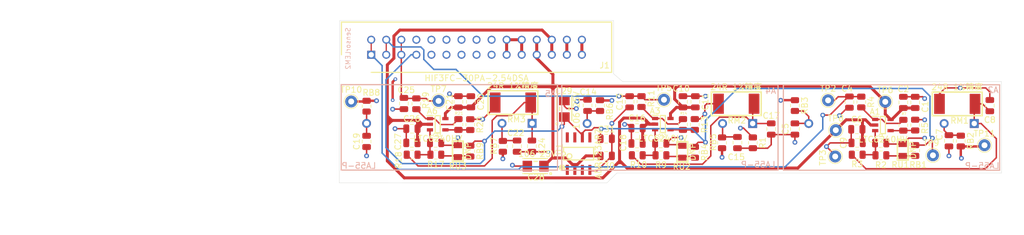
<source format=kicad_pcb>
(kicad_pcb (version 20221018) (generator pcbnew)
  (layers (0 "F.Cu" signal) (1 "In1.Cu" signal) (2 "In2.Cu" signal) (31 "B.Cu" signal) (34 "B.Paste" user) (35 "F.Paste" user) (36 "B.SilkS" user "B.Silkscreen") (37 "F.SilkS" user "F.Silkscreen") (38 "B.Mask" user) (39 "F.Mask" user) (44 "Edge.Cuts" user))
  (net 0 "")
  (net 1 "AGND")
  (net 2 "A+5V")
  (net 3 "Net-(A1-+IN)")
  (net 4 "/VSO1")
  (net 5 "12VGND")
  (net 6 "Net-(A2-POS)")
  (net 7 "A-5V")
  (net 8 "Net-(A2-NEG)")
  (net 9 "/CSO1")
  (net 10 "Net-(A3-+IN)")
  (net 11 "/VSO2")
  (net 12 "Net-(A4-POS)")
  (net 13 "Net-(A4-NEG)")
  (net 14 "/CSO2")
  (net 15 "Net-(A5-POS)")
  (net 16 "Net-(A5-NEG)")
  (net 17 "Net-(A6-+IN)")
  (net 18 "/CSO3")
  (net 19 "/VSO3")
  (net 20 "REF_3V")
  (net 21 "Net-(R2-Pad1)")
  (net 22 "Net-(A1-out)")
  (net 23 "Net-(A1--IN)")
  (net 24 "Net-(R9-Pad1)")
  (net 25 "Net-(A3-out)")
  (net 26 "Net-(A3--IN)")
  (net 27 "Net-(R17-Pad1)")
  (net 28 "Net-(A6-out)")
  (net 29 "Net-(A6--IN)")
  (net 30 "-12")
  (net 31 "+12")
  (footprint "Oshinoko:2512" (layer "F.Cu") (at 177.1166 65.1236 180)
    (fp_text reference "RM1")
    (fp_text value "24R 1%精度")
  )
  (footprint "Resistor_SMD:R_0805_2012Metric" (layer "F.Cu") (at 160.82 64.4875 -90)
    (fp_text reference "R4")
    (fp_text value "470R")
  )
  (footprint "Capacitor_SMD:C_0805_2012Metric" (layer "F.Cu") (at 122.97 71.5)
    (fp_text reference "C18")
    (fp_text value "105")
  )
  (footprint "Resistor_SMD:R_0805_2012Metric" (layer "F.Cu") (at 85.0075 73.4)
    (fp_text reference "R18")
    (fp_text value "10k")
  )
  (footprint "Resistor_SMD:R_0805_2012Metric" (layer "F.Cu") (at 177.62 71.0875 -90)
    (fp_text reference "RB2")
    (fp_text value "0R")
  )
  (footprint "Oshinoko:SOT95P280X100-5N" (layer "F.Cu") (at 164.47 68.38)
    (fp_text reference "A1")
    (fp_text value "LTC6240HV")
  )
  (footprint "Capacitor_SMD:C_0805_2012Metric" (layer "F.Cu") (at 117.77 73.6 180)
    (fp_text reference "C30")
    (fp_text value "104")
  )
  (footprint "TestPoint:TestPoint_THTPad_D2.0mm_Drill1.0mm" (layer "F.Cu") (at 181.62 71.8)
    (fp_text reference "TP11")
    (fp_text value "TP-黄色测试点")
  )
  (footprint "Oshinoko:SHDR30W50P254_2X15_4560X850X1200P" (layer "F.Cu") (at 78.1 56.49)
    (fp_text reference "J1")
    (fp_text value "HIF3FC-30PA-2.54DSA")
  )
  (footprint "Capacitor_SMD:C_0805_2012Metric" (layer "F.Cu") (at 169.92 64.55 -90)
    (fp_text reference "C1")
    (fp_text value "105")
  )
  (footprint "Capacitor_SMD:C_0805_2012Metric" (layer "F.Cu") (at 132.81 64.45 -90)
    (fp_text reference "C11")
    (fp_text value "103")
  )
  (footprint "Capacitor_SMD:C_0805_2012Metric" (layer "F.Cu") (at 105.22 71.95 -90)
    (fp_text reference "C24")
    (fp_text value "4.7uF")
  )
  (footprint "Resistor_SMD:R_0805_2012Metric" (layer "F.Cu") (at 137.32 71.3875 -90)
    (fp_text reference "RB5")
    (fp_text value "0R")
  )
  (footprint "Resistor_SMD:R_0805_2012Metric" (layer "F.Cu") (at 130.72 68.2875 -90)
    (fp_text reference "R14")
    (fp_text value "10k")
  )
  (footprint "TestPoint:TestPoint_THTPad_D2.0mm_Drill1.0mm" (layer "F.Cu") (at 164.87 64.45)
    (fp_text reference "TP6")
    (fp_text value "TP-黄色测试点")
  )
  (footprint "TestPoint:TestPoint_THTPad_D2.0mm_Drill1.0mm" (layer "F.Cu") (at 156.42 73.7)
    (fp_text reference "TP3")
    (fp_text value "TP-黄色测试点")
  )
  (footprint "TestPoint:TestPoint_THTPad_D2.0mm_Drill1.0mm" (layer "F.Cu") (at 155.22 64.2)
    (fp_text reference "TP2")
    (fp_text value "TP-黄色测试点")
  )
  (footprint "Resistor_SMD:R_0805_2012Metric" (layer "F.Cu") (at 77.32 65.1875 -90)
    (fp_text reference "RB8")
    (fp_text value "0R")
  )
  (footprint "Capacitor_SMD:C_0805_2012Metric" (layer "F.Cu") (at 92.82 64.45 -90)
    (fp_text reference "C21")
    (fp_text value "103")
  )
  (footprint "TestPoint:TestPoint_THTPad_D2.0mm_Drill1.0mm" (layer "F.Cu") (at 156.52 69.25)
    (fp_text reference "TP8")
    (fp_text value "TP-黄色测试点")
  )
  (footprint "Oshinoko:2512" (layer "F.Cu") (at 102.12 64.9 180)
    (fp_text reference "RM3")
    (fp_text value "24R 1%精度")
  )
  (footprint "Oshinoko:0805" (layer "F.Cu") (at 130.62 72.9 90)
    (fp_text reference "RU2")
    (fp_text value "DNP")
  )
  (footprint "Capacitor_SMD:C_0805_2012Metric" (layer "F.Cu") (at 158.82 64.5 90)
    (fp_text reference "C4")
    (fp_text value "103")
  )
  (footprint "Capacitor_SMD:C_0805_2012Metric" (layer "F.Cu") (at 130.72 64.45 -90)
    (fp_text reference "C10")
    (fp_text value "105")
  )
  (footprint "Capacitor_SMD:C_0805_2012Metric" (layer "F.Cu") (at 83.62 64.7375 90)
    (fp_text reference "C25")
    (fp_text value "103")
  )
  (footprint "Capacitor_SMD:C_0805_2012Metric" (layer "F.Cu") (at 117.77 70.7 180)
    (fp_text reference "C31")
    (fp_text value "104")
  )
  (footprint "Capacitor_SMD:C_0805_2012Metric" (layer "F.Cu") (at 84.97 71.4)
    (fp_text reference "C27")
    (fp_text value "105")
  )
  (footprint "Capacitor_SMD:C_0805_2012Metric" (layer "F.Cu") (at 164.0935 71.435)
    (fp_text reference "C3")
    (fp_text value "101")
  )
  (footprint "Resistor_SMD:R_0805_2012Metric" (layer "F.Cu") (at 142.52 71.3875 -90)
    (fp_text reference "R1")
    (fp_text value "DNP")
  )
  (footprint "Capacitor_SMD:C_0805_2012Metric" (layer "F.Cu") (at 114.62 65.05 -90)
    (fp_text reference "C14")
    (fp_text value "47nf")
  )
  (footprint "Capacitor_SMD:C_0805_2012Metric" (layer "F.Cu") (at 139.92 71.35 -90)
    (fp_text reference "C15")
    (fp_text value "47nf")
  )
  (footprint "Resistor_SMD:R_0805_2012Metric" (layer "F.Cu") (at 89.0075 73.4 180)
    (fp_text reference "R17")
    (fp_text value "20k")
  )
  (footprint "Capacitor_SMD:C_0805_2012Metric" (layer "F.Cu") (at 126.97 71.475)
    (fp_text reference "C12")
    (fp_text value "101")
  )
  (footprint "Capacitor_SMD:C_0805_2012Metric" (layer "F.Cu") (at 145.62 69.05 -90)
    (fp_text reference "C17")
    (fp_text value "4.7uF")
  )
  (footprint "Resistor_SMD:R_0805_2012Metric" (layer "F.Cu") (at 94.82 68.3125 -90)
    (fp_text reference "R20")
    (fp_text value "20k")
  )
  (footprint "Capacitor_SMD:C_0805_2012Metric" (layer "F.Cu") (at 84.97 69)
    (fp_text reference "C26")
    (fp_text value "103")
  )
  (footprint "Oshinoko:SOT95P280X100-5N" (layer "F.Cu") (at 89.32 68.25)
    (fp_text reference "A6")
    (fp_text value "LTC6240HV")
  )
  (footprint "Resistor_SMD:R_0805_2012Metric" (layer "F.Cu") (at 123.0075 73.5)
    (fp_text reference "R10")
    (fp_text value "10k")
  )
  (footprint "Oshinoko:1206 (钽电容)" (layer "F.Cu") (at 107.2525 75.325 180)
    (fp_text reference "C28")
    (fp_text value "106 25V")
  )
  (footprint "TestPoint:TestPoint_THTPad_D2.0mm_Drill1.0mm" (layer "F.Cu") (at 172.92 73.5)
    (fp_text reference "TP9")
    (fp_text value "TP-黄色测试点")
  )
  (footprint "Resistor_SMD:R_0805_2012Metric" (layer "F.Cu") (at 164.1325 73.5 180)
    (fp_text reference "R2")
    (fp_text value "20k")
  )
  (footprint "Capacitor_SMD:C_0805_2012Metric" (layer "F.Cu") (at 160.12 71.4)
    (fp_text reference "C9")
    (fp_text value "105")
  )
  (footprint "Oshinoko:SOIC-8" (layer "F.Cu") (at 111.2 75.97 90)
    (fp_text reference "U1")
    (fp_text value "ADR423ARZ")
  )
  (footprint "Capacitor_SMD:C_0805_2012Metric" (layer "F.Cu") (at 149.62 69.05 90)
    (fp_text reference "C5")
    (fp_text value "47nf")
  )
  (footprint "Capacitor_SMD:C_0805_2012Metric" (layer "F.Cu") (at 182.52 65.1 90)
    (fp_text reference "C8")
    (fp_text value "4.7uF")
  )
  (footprint "Resistor_SMD:R_0805_2012Metric" (layer "F.Cu") (at 160.1325 73.4)
    (fp_text reference "R3")
    (fp_text value "10k")
  )
  (footprint "Capacitor_SMD:C_0805_2012Metric" (layer "F.Cu") (at 94.92 64.45 -90)
    (fp_text reference "C20")
    (fp_text value "105")
  )
  (footprint "Capacitor_SMD:C_0805_2012Metric" (layer "F.Cu") (at 167.92 64.55 -90)
    (fp_text reference "C2")
    (fp_text value "103")
  )
  (footprint "Oshinoko:0805" (layer "F.Cu") (at 167.82 72.6 90)
    (fp_text reference "RU1")
    (fp_text value "DNP")
  )
  (footprint "Resistor_SMD:R_0805_2012Metric" (layer "F.Cu") (at 167.92 68.4125 -90)
    (fp_text reference "R7")
    (fp_text value "10k")
  )
  (footprint "Capacitor_SMD:C_0805_2012Metric" (layer "F.Cu") (at 175.62 71.05 -90)
    (fp_text reference "C7")
    (fp_text value "47nf")
  )
  (footprint "Oshinoko:SOT95P280X100-5N" (layer "F.Cu") (at 127.32 68.225)
    (fp_text reference "A3")
    (fp_text value "LTC6240HV")
  )
  (footprint "TestPoint:TestPoint_THTPad_D2.0mm_Drill1.0mm" (layer "F.Cu") (at 74.72 64.4)
    (fp_text reference "TP10")
    (fp_text value "TP-黄色测试点")
  )
  (footprint "Capacitor_SMD:C_0805_2012Metric" (layer "F.Cu") (at 88.97 71.4)
    (fp_text reference "C23")
    (fp_text value "101")
  )
  (footprint "Capacitor_SMD:C_0805_2012Metric" (layer "F.Cu") (at 102.72 71.95 -90)
    (fp_text reference "C22")
    (fp_text value "47nf")
  )
  (footprint "Resistor_SMD:R_0805_2012Metric" (layer "F.Cu") (at 116.72 65.0875 -90)
    (fp_text reference "RB6")
    (fp_text value "0R")
  )
  (footprint "Oshinoko:2512" (layer "F.Cu") (at 139.8166 65.1 180)
    (fp_text reference "RM2")
    (fp_text value "24R 1%精度")
  )
  (footprint "Resistor_SMD:R_0805_2012Metric" (layer "F.Cu") (at 132.729 72.9875 -90)
    (fp_text reference "RB4")
    (fp_text value "0R")
  )
  (footprint "Resistor_SMD:R_0805_2012Metric" (layer "F.Cu") (at 94.82 72.7875 -90)
    (fp_text reference "RB9")
    (fp_text value "0R")
  )
  (footprint "TestPoint:TestPoint_THTPad_D2.0mm_Drill1.0mm" (layer "F.Cu") (at 127.52 64.1)
    (fp_text reference "TP5")
    (fp_text value "TP-黄色测试点")
  )
  (footprint "Resistor_SMD:R_0805_2012Metric" (layer "F.Cu") (at 169.92 72.6875 -90)
    (fp_text reference "RB1")
    (fp_text value "0R")
  )
  (footprint "Resistor_SMD:R_0805_2012Metric" (layer "F.Cu") (at 169.92 68.3875 -90)
    (fp_text reference "R5")
    (fp_text value "20k")
  )
  (footprint "Capacitor_SMD:C_0805_2012Metric" (layer "F.Cu") (at 122.97 68.9)
    (fp_text reference "C16")
    (fp_text value "103")
  )
  (footprint "Capacitor_SMD:C_0805_2012Metric" (layer "F.Cu") (at 160.07 69.1)
    (fp_text reference "C6")
    (fp_text value "103")
  )
  (footprint "Resistor_SMD:R_0805_2012Metric" (layer "F.Cu") (at 127.0075 73.5 180)
    (fp_text reference "R9")
    (fp_text value "20k")
  )
  (footprint "Resistor_SMD:R_0805_2012Metric" (layer "F.Cu") (at 123.72 64.4125 -90)
    (fp_text reference "R11")
    (fp_text value "470R")
  )
  (footprint "Oshinoko:1206 (钽电容)" (layer "F.Cu") (at 110.695 67.0325 90)
    (fp_text reference "C29")
    (fp_text value "106 25V")
  )
  (footprint "Resistor_SMD:R_0805_2012Metric" (layer "F.Cu") (at 149.62 65.0875 -90)
    (fp_text reference "RB3")
    (fp_text value "0R")
  )
  (footprint "Oshinoko:0805" (layer "F.Cu") (at 92.72 72.8 90)
    (fp_text reference "RU3")
    (fp_text value "DNP")
  )
  (footprint "Resistor_SMD:R_0805_2012Metric" (layer "F.Cu") (at 100.32 71.9875 -90)
    (fp_text reference "RB7")
    (fp_text value "0R")
  )
  (footprint "Capacitor_SMD:C_0805_2012Metric" (layer "F.Cu") (at 77.32 71.15 90)
    (fp_text reference "C19")
    (fp_text value "47nf")
  )
  (footprint "TestPoint:TestPoint_THTPad_D2.0mm_Drill1.0mm" (layer "F.Cu") (at 89.47 64.3)
    (fp_text reference "TP7")
    (fp_text value "TP-黄色测试点")
  )
  (footprint "Resistor_SMD:R_0805_2012Metric" (layer "F.Cu") (at 85.72 64.7875 -90)
    (fp_text reference "R19")
    (fp_text value "470R")
  )
  (footprint "Resistor_SMD:R_0805_2012Metric" (layer "F.Cu") (at 132.72 68.2875 -90)
    (fp_text reference "R13")
    (fp_text value "20k")
  )
  (footprint "Capacitor_SMD:C_0805_2012Metric" (layer "F.Cu") (at 121.72 64.45 90)
    (fp_text reference "C13")
    (fp_text value "103")
  )
  (footprint "Resistor_SMD:R_0805_2012Metric" (layer "F.Cu") (at 92.82 68.2875 -90)
    (fp_text reference "R21")
    (fp_text value "10k")
  )
  (footprint "Oshinoko:XDCR_LA55-P" (layer "B.Cu") (at 91.29 68.775 180)
    (fp_text reference "A5")
    (fp_text value "LA55-P")
  )
  (footprint "Oshinoko:XDCR_LA55-P" (layer "B.Cu") (at 128.52 68.8 180)
    (fp_text reference "A4")
    (fp_text value "LA55-P")
  )
  (footprint "Oshinoko:XDCR_LA55-P" (layer "B.Cu") (at 165.92 68.8 180)
    (fp_text reference "A2")
    (fp_text value "LA55-P")
  )
  (gr_line (start 120.51 61.01) (end 184.48 61.01) (stroke (width 0.05)) (layer "Edge.Cuts"))
  (gr_line (start 119.55 76.51) (end 117.91 78.15) (stroke (width 0.05)) (layer "Edge.Cuts"))
  (gr_line (start 119 59.7) (end 120.51 61.01) (stroke (width 0.05)) (layer "Edge.Cuts"))
  (gr_line (start 72.69 78.14) (end 72.8 50.7) (stroke (width 0.05)) (layer "Edge.Cuts"))
  (gr_line (start 184.49 76.51) (end 119.55 76.51) (stroke (width 0.05)) (layer "Edge.Cuts"))
  (gr_line (start 117.91 78.15) (end 72.69 78.14) (stroke (width 0.05)) (layer "Edge.Cuts"))
  (gr_line (start 119 50.7) (end 119 59.7) (stroke (width 0.05)) (layer "Edge.Cuts"))
  (gr_line (start 72.8 50.7) (end 119 50.7) (stroke (width 0.05)) (layer "Edge.Cuts"))
  (gr_line (start 184.48 61.01) (end 184.49 76.51) (stroke (width 0.05)) (layer "Edge.Cuts"))
  (gr_text "SensorLEM2" (at 74.66 51.82 90) (layer "B.SilkS") (effects (font (size 0.8 0.8) (thickness 0.1)) (justify left bottom mirror)))
  (segment (start 114.98 76.09) (end 116.23 76.09) (width 0.25) (layer "F.Cu") (net 1))
  (segment (start 132.81 63.5) (end 134.52 63.5) (width 0.25) (layer "F.Cu") (net 1))
  (segment (start 155.571376 71.4) (end 154.945688 72.025688) (width 0.25) (layer "F.Cu") (net 1))
  (segment (start 121.42 65.4) (end 118.72 68.1) (width 0.25) (layer "F.Cu") (net 1))
  (segment (start 169.92 63.6) (end 171.22 63.6) (width 0.25) (layer "F.Cu") (net 1))
  (segment (start 118.72 70.7) (end 118.72 68.1) (width 0.25) (layer "F.Cu") (net 1))
  (segment (start 140.42 68.9) (end 140.945 68.9) (width 0.25) (layer "F.Cu") (net 1))
  (segment (start 92.82 63.5) (end 94.92 63.5) (width 0.25) (layer "F.Cu") (net 1))
  (segment (start 121.72 65.4) (end 121.42 65.4) (width 0.25) (layer "F.Cu") (net 1))
  (segment (start 110.695 65.175) (end 111.12 65.6) (width 0.25) (layer "F.Cu") (net 1))
  (segment (start 165.0435 71.435) (end 165.2085 71.6) (width 0.25) (layer "F.Cu") (net 1))
  (segment (start 121.3955 68.2755) (end 122.02 68.9) (width 0.25) (layer "F.Cu") (net 1))
  (segment (start 92.72 70.5) (end 92.72 71.8) (width 0.25) (layer "F.Cu") (net 1))
  (segment (start 171.22 63.6) (end 171.52 63.9) (width 0.25) (layer "F.Cu") (net 1))
  (segment (start 154.945688 72.025688) (end 156.42 73.5) (width 0.25) (layer "F.Cu") (net 1))
  (segment (start 92.82 63.5) (end 91.72 63.5) (width 0.25) (layer "F.Cu") (net 1))
  (segment (start 90.32 71.8) (end 89.92 71.4) (width 0.25) (layer "F.Cu") (net 1))
  (segment (start 120.8695 68.2755) (end 121.3955 68.2755) (width 0.25) (layer "F.Cu") (net 1))
  (segment (start 159.17 71.4) (end 155.571376 71.4) (width 0.25) (layer "F.Cu") (net 1))
  (segment (start 158.47 65.45) (end 157.12 66.8) (width 0.25) (layer "F.Cu") (net 1))
  (segment (start 110.695 64.2325) (end 110.695 65.175) (width 0.25) (layer "F.Cu") (net 1))
  (segment (start 128.895 70.5) (end 127.92 71.475) (width 0.25) (layer "F.Cu") (net 1))
  (segment (start 81.7325 65.6875) (end 81.72 65.7) (width 0.25) (layer "F.Cu") (net 1))
  (segment (start 111.12 65.6) (end 112.72 65.6) (width 0.25) (layer "F.Cu") (net 1))
  (segment (start 159.12 69.1) (end 159.12 71.35) (width 0.25) (layer "F.Cu") (net 1))
  (segment (start 83.62 65.6875) (end 81.7325 65.6875) (width 0.25) (layer "F.Cu") (net 1))
  (segment (start 130.42 70.5) (end 128.895 70.5) (width 0.25) (layer "F.Cu") (net 1))
  (segment (start 159.12 71.35) (end 159.17 71.4) (width 0.25) (layer "F.Cu") (net 1))
  (segment (start 130.72 63.5) (end 132.81 63.5) (width 0.25) (layer "F.Cu") (net 1))
  (segment (start 116.23 76.09) (end 118.72 73.6) (width 0.25) (layer "F.Cu") (net 1))
  (segment (start 91.72 63.5) (end 91.32 63.1) (width 0.25) (layer "F.Cu") (net 1))
  (segment (start 167.92 63.6) (end 169.92 63.6) (width 0.25) (layer "F.Cu") (net 1))
  (segment (start 84.02 69) (end 82.12 69) (width 0.25) (layer "F.Cu") (net 1))
  (segment (start 167.82 71.6) (end 168.82 70.6) (width 0.25) (layer "F.Cu") (net 1))
  (segment (start 92.72 71.8) (end 90.32 71.8) (width 0.25) (layer "F.Cu") (net 1))
  (segment (start 168.82 70.6) (end 171.52 70.6) (width 0.25) (layer "F.Cu") (net 1))
  (segment (start 101.72 75.3) (end 101.745 75.325) (width 0.25) (layer "F.Cu") (net 1))
  (segment (start 156.42 73.5) (end 156.42 73.7) (width 0.25) (layer "F.Cu") (net 1))
  (segment (start 158.82 65.45) (end 158.47 65.45) (width 0.25) (layer "F.Cu") (net 1))
  (segment (start 104.4525 75.325) (end 101.745 75.325) (width 0.25) (layer "F.Cu") (net 1))
  (segment (start 127.92 71.475) (end 128.145 71.7) (width 0.25) (layer "F.Cu") (net 1))
  (segment (start 140.945 68.9) (end 142.52 70.475) (width 0.25) (layer "F.Cu") (net 1))
  (segment (start 165.2085 71.6) (end 167.82 71.6) (width 0.25) (layer "F.Cu") (net 1))
  (segment (start 128.145 71.7) (end 130.62 71.7) (width 0.25) (layer "F.Cu") (net 1))
  (segment (start 84.02 69) (end 84.02 71.4) (width 0.25) (layer "F.Cu") (net 1))
  (segment (start 122.02 71.5) (end 122.02 68.9) (width 0.25) (layer "F.Cu") (net 1))
  (segment (start 118.72 73.6) (end 118.72 70.7) (width 0.25) (layer "F.Cu") (net 1))
  (via (at 134.52 63.5) (size 0.8) (drill 0.4) (layers "F.Cu" "B.Cu") (net 1))
  (via (at 157.12 66.8) (size 0.8) (drill 0.4) (layers "F.Cu" "B.Cu") (net 1))
  (via (at 112.72 65.6) (size 0.8) (drill 0.4) (layers "F.Cu" "B.Cu") (net 1))
  (via (at 81.72 65.7) (size 0.8) (drill 0.4) (layers "F.Cu" "B.Cu") (net 1))
  (via (at 82.12 69) (size 0.8) (drill 0.4) (layers "F.Cu" "B.Cu") (net 1))
  (via (at 154.945688 72.025688) (size 0.8) (drill 0.4) (layers "F.Cu" "B.Cu") (net 1))
  (via (at 118.72 68.1) (size 0.8) (drill 0.4) (layers "F.Cu" "B.Cu") (net 1))
  (via (at 92.72 70.5) (size 0.8) (drill 0.4) (layers "F.Cu" "B.Cu") (net 1))
  (via (at 171.52 70.6) (size 0.8) (drill 0.4) (layers "F.Cu" "B.Cu") (net 1))
  (via (at 101.93 75.17) (size 0.8) (drill 0.4) (layers "F.Cu" "B.Cu") (net 1))
  (via (at 171.52 63.9) (size 0.8) (drill 0.4) (layers "F.Cu" "B.Cu") (net 1))
  (via (at 140.42 68.9) (size 0.8) (drill 0.4) (layers "F.Cu" "B.Cu") (net 1))
  (via (at 130.42 70.5) (size 0.8) (drill 0.4) (layers "F.Cu" "B.Cu") (net 1))
  (via (at 91.32 63.1) (size 0.8) (drill 0.4) (layers "F.Cu" "B.Cu") (net 1))
  (via (at 120.8695 68.2755) (size 0.8) (drill 0.4) (layers "F.Cu" "B.Cu") (net 1))
  (segment (start 108.77 62.4) (end 108.77 62.25) (width 0.5) (layer "F.Cu") (net 2))
  (segment (start 114.345 73.6) (end 116.82 73.6) (width 0.5) (layer "F.Cu") (net 2))
  (segment (start 108.42 61.9) (end 108.77 62.25) (width 0.5) (layer "F.Cu") (net 2))
  (segment (start 165.99 67.43) (end 167.92 65.5) (width 0.5) (layer "F.Cu") (net 2))
  (segment (start 112.48 75.465) (end 112.8825 75.0625) (width 0.5) (layer "F.Cu") (net 2))
  (segment (start 108.77 62.25) (end 108.77 61.5) (width 0.5) (layer "F.Cu") (net 2))
  (segment (start 112.0175 75.0025) (end 112.48 75.465) (width 0.5) (layer "F.Cu") (net 2))
  (segment (start 128.83 61.81) (end 129.32 62.3) (width 0.5) (layer "F.Cu") (net 2))
  (segment (start 128.5786 61.81) (end 109.21 61.81) (width 0.5) (layer "F.Cu") (net 2))
  (segment (start 108.77 73.8075) (end 108.77 73.7) (width 0.5) (layer "F.Cu") (net 2))
  (segment (start 129.81 61.81) (end 129.32 62.3) (width 0.5) (layer "F.Cu") (net 2))
  (segment (start 112.48 75.465) (end 112.48 76.05) (width 0.5) (layer "F.Cu") (net 2))
  (segment (start 108.77 73.95) (end 108.77 62.4) (width 0.5) (layer "F.Cu") (net 2))
  (segment (start 108.12 61.9) (end 108.32 61.9) (width 0.5) (layer "F.Cu") (net 2))
  (segment (start 165.77 67.43) (end 165.99 67.43) (width 0.5) (layer "F.Cu") (net 2))
  (segment (start 129.62 65.4) (end 130.72 65.4) (width 0.5) (layer "F.Cu") (net 2))
  (segment (start 108.77 59.81) (end 106.04 57.08) (width 0.5) (layer "F.Cu") (net 2))
  (segment (start 164.87 66.53) (end 165.77 67.43) (width 0.5) (layer "F.Cu") (net 2))
  (segment (start 109.08 61.81) (end 109.21 61.81) (width 0.5) (layer "F.Cu") (net 2))
  (segment (start 90.62 67.3) (end 90.62 66.4) (width 0.5) (layer "F.Cu") (net 2))
  (segment (start 108.32 61.9) (end 108.42 61.9) (width 0.5) (layer "F.Cu") (net 2))
  (segment (start 109.21 61.81) (end 108.77 62.25) (width 0.5) (layer "F.Cu") (net 2))
  (segment (start 112.8825 75.0625) (end 114.345 73.6) (width 0.5) (layer "F.Cu") (net 2))
  (segment (start 108.77 61.5) (end 108.77 59.81) (width 0.5) (layer "F.Cu") (net 2))
  (segment (start 108.77 61.55) (end 108.42 61.9) (width 0.5) (layer "F.Cu") (net 2))
  (segment (start 128.62 67.275) (end 128.62 66.4) (width 0.5) (layer "F.Cu") (net 2))
  (segment (start 109.32 73.95) (end 108.77 73.95) (width 0.5) (layer "F.Cu") (net 2))
  (segment (start 129.32 61.9) (end 129.32 62.3) (width 0.5) (layer "F.Cu") (net 2))
  (segment (start 128.5986 61.81) (end 162.23 61.81) (width 0.5) (layer "F.Cu") (net 2))
  (segment (start 98.42 61.9) (end 108.12 61.9) (width 0.5) (layer "F.Cu") (net 2))
  (segment (start 164.87 64.45) (end 164.87 66.53) (width 0.5) (layer "F.Cu") (net 2))
  (segment (start 129.62 61.9) (end 129.52 61.9) (width 0.5) (layer "F.Cu") (net 2))
  (segment (start 128.5986 61.81) (end 128.83 61.81) (width 0.5) (layer "F.Cu") (net 2))
  (segment (start 112.0775 75.0625) (end 112.8825 75.0625) (width 0.5) (layer "F.Cu") (net 2))
  (segment (start 108.77 73.7) (end 109.02 73.95) (width 0.5) (layer "F.Cu") (net 2))
  (segment (start 110.965 73.95) (end 112.0175 75.0025) (width 0.5) (layer "F.Cu") (net 2))
  (segment (start 107.2525 75.325) (end 108.77 73.8075) (width 0.5) (layer "F.Cu") (net 2))
  (segment (start 91.62 65.4) (end 92.82 65.4) (width 0.5) (layer "F.Cu") (net 2))
  (segment (start 109.02 73.95) (end 109.32 73.95) (width 0.5) (layer "F.Cu") (net 2))
  (segment (start 132.81 65.4) (end 130.72 65.4) (width 0.5) (layer "F.Cu") (net 2))
  (segment (start 129.32 64) (end 130.72 65.4) (width 0.5) (layer "F.Cu") (net 2))
  (segment (start 129.32 62.3) (end 129.32 64) (width 0.5) (layer "F.Cu") (net 2))
  (segment (start 112.0175 75.0025) (end 112.0775 75.0625) (width 0.5) (layer "F.Cu") (net 2))
  (segment (start 109.32 73.95) (end 110.965 73.95) (width 0.5) (layer "F.Cu") (net 2))
  (segment (start 162.23 61.81) (end 164.87 64.45) (width 0.5) (layer "F.Cu") (net 2))
  (segment (start 108.77 61.5) (end 109.08 61.81) (width 0.5) (layer "F.Cu") (net 2))
  (segment (start 106.04 53.95) (end 106.04 56.49) (width 0.5) (layer "F.Cu") (net 2))
  (segment (start 167.92 65.5) (end 169.92 65.5) (width 0.5) (layer "F.Cu") (net 2))
  (segment (start 130.01 61.81) (end 129.81 61.81) (width 0.5) (layer "F.Cu") (net 2))
  (segment (start 128.62 66.4) (end 129.62 65.4) (width 0.5) (layer "F.Cu") (net 2))
  (segment (start 108.77 61.5) (end 108.77 61.55) (width 0.5) (layer "F.Cu") (net 2))
  (segment (start 106.04 57.08) (end 106.04 56.49) (width 0.5) (layer "F.Cu") (net 2))
  (segment (start 94.92 65.4) (end 98.42 61.9) (width 0.5) (layer "F.Cu") (net 2))
  (segment (start 108.77 62.25) (end 108.92 62.1) (width 0.5) (layer "F.Cu") (net 2))
  (segment (start 108.12 61.9) (end 109.12 61.9) (width 0.5) (layer "F.Cu") (net 2))
  (segment (start 92.82 65.4) (end 94.92 65.4) (width 0.5) (layer "F.Cu") (net 2))
  (segment (start 90.62 66.4) (end 91.62 65.4) (width 0.5) (layer "F.Cu") (net 2))
  (segment (start 161.045 73.4) (end 163.12 73.4) (width 0.25) (layer "F.Cu") (net 3))
  (segment (start 163.22 73.5) (end 163.22 71.5115) (width 0.25) (layer "F.Cu") (net 3))
  (segment (start 163.17 71.4085) (end 163.1435 71.435) (width 0.25) (layer "F.Cu") (net 3))
  (segment (start 163.17 69.33) (end 163.17 71.4085) (width 0.25) (layer "F.Cu") (net 3))
  (segment (start 163.22 71.5115) (end 163.1435 71.435) (width 0.25) (layer "F.Cu") (net 3))
  (segment (start 163.12 73.4) (end 163.22 73.5) (width 0.25) (layer "F.Cu") (net 3))
  (segment (start 160.82 63.575) (end 158.845 63.575) (width 0.25) (layer "F.Cu") (net 4))
  (segment (start 156.92 63.6) (end 158.77 63.6) (width 0.25) (layer "F.Cu") (net 4))
  (segment (start 158.845 63.575) (end 158.82 63.55) (width 0.25) (layer "F.Cu") (net 4))
  (segment (start 156.32 64.2) (end 156.92 63.6) (width 0.25) (layer "F.Cu") (net 4))
  (segment (start 158.67 63.55) (end 158.82 63.55) (width 0.25) (layer "F.Cu") (net 4))
  (segment (start 78.1 53.95) (end 78.1 56.49) (width 0.2) (layer "F.Cu") (net 4))
  (segment (start 155.22 64.2) (end 156.32 64.2) (width 0.25) (layer "F.Cu") (net 4))
  (segment (start 154.32 66.7) (end 155.52 66.7) (width 0.25) (layer "F.Cu") (net 4))
  (segment (start 158.77 63.6) (end 158.82 63.55) (width 0.25) (layer "F.Cu") (net 4))
  (segment (start 155.52 66.7) (end 158.67 63.55) (width 0.25) (layer "F.Cu") (net 4))
  (via (at 154.32 66.7) (size 0.8) (drill 0.4) (layers "F.Cu" "B.Cu") (net 4))
  (segment (start 79.94 58.33) (end 78.1 56.49) (width 0.25) (layer "B.Cu") (net 4))
  (segment (start 147.97 75.45) (end 103.42 75.45) (width 0.25) (layer "B.Cu") (net 4))
  (segment (start 79.94 73.12) (end 79.94 58.33) (width 0.25) (layer "B.Cu") (net 4))
  (segment (start 102.975 75.895) (end 82.715 75.895) (width 0.25) (layer "B.Cu") (net 4))
  (segment (start 154.32 66.7) (end 154.32 69.1) (width 0.25) (layer "B.Cu") (net 4))
  (segment (start 154.32 69.1) (end 147.97 75.45) (width 0.25) (layer "B.Cu") (net 4))
  (segment (start 103.42 75.45) (end 102.975 75.895) (width 0.25) (layer "B.Cu") (net 4))
  (segment (start 82.715 75.895) (end 79.94 73.12) (width 0.25) (layer "B.Cu") (net 4))
  (segment (start 77.32 72.1) (end 77.32 73.6) (width 0.25) (layer "F.Cu") (net 5))
  (segment (start 114.62 64.1) (end 113.12 64.1) (width 0.25) (layer "F.Cu") (net 5))
  (segment (start 99.0234 65.2966) (end 96.92 67.4) (width 0.25) (layer "F.Cu") (net 5))
  (segment (start 175.02 62.1) (end 177.52 62.1) (width 0.25) (layer "F.Cu") (net 5))
  (segment (start 174.02 63.1) (end 174.82 62.3) (width 0.25) (layer "F.Cu") (net 5))
  (segment (start 139.92 72.3) (end 142.52 72.3) (width 0.25) (layer "F.Cu") (net 5))
  (segment (start 99.0234 64.5764) (end 99.0234 65.2966) (width 0.25) (layer "F.Cu") (net 5))
  (segment (start 169.92 67.475) (end 171.495 67.475) (width 0.25) (layer "F.Cu") (net 5))
  (segment (start 136.4234 64.7764) (end 134.7436 64.7764) (width 0.25) (layer "F.Cu") (net 5))
  (segment (start 175.62 72) (end 175.62 73.6) (width 0.25) (layer "F.Cu") (net 5))
  (segment (start 171.495 67.475) (end 171.52 67.5) (width 0.25) (layer "F.Cu") (net 5))
  (segment (start 174.82 62.3) (end 175.02 62.1) (width 0.25) (layer "F.Cu") (net 5))
  (segment (start 182.52 62.8) (end 181.82 62.1) (width 0.25) (layer "F.Cu") (net 5))
  (segment (start 100.96 53.95) (end 103.5 53.95) (width 0.5) (layer "F.Cu") (net 5))
  (segment (start 134.42 65.1) (end 134.42 66.5) (width 0.25) (layer "F.Cu") (net 5))
  (segment (start 145.62 70) (end 149.62 70) (width 0.25) (layer "F.Cu") (net 5))
  (segment (start 94.82 67.4) (end 96.92 67.4) (width 0.25) (layer "F.Cu") (net 5))
  (segment (start 181.82 62.1) (end 177.52 62.1) (width 0.25) (layer "F.Cu") (net 5))
  (segment (start 108 72.94) (end 107.96 72.9) (width 0.25) (layer "F.Cu") (net 5))
  (segment (start 132.72 67.375) (end 133.545 67.375) (width 0.25) (layer "F.Cu") (net 5))
  (segment (start 145.62 71.7) (end 145.62 70) (width 0.25) (layer "F.Cu") (net 5))
  (segment (start 113.12 64.1) (end 112.82 64.4) (width 0.25) (layer "F.Cu") (net 5))
  (segment (start 107.96 72.9) (end 105.22 72.9) (width 0.25) (layer "F.Cu") (net 5))
  (segment (start 100.96 56.49) (end 100.96 53.95) (width 0.5) (layer "F.Cu") (net 5))
  (segment (start 103.5 53.95) (end 103.5 56.49) (width 0.5) (layer "F.Cu") (net 5))
  (segment (start 133.545 67.375) (end 134.42 66.5) (width 0.25) (layer "F.Cu") (net 5))
  (segment (start 174.02 64.8) (end 174.02 63.1) (width 0.25) (layer "F.Cu") (net 5))
  (segment (start 145.02 72.3) (end 145.62 71.7) (width 0.25) (layer "F.Cu") (net 5))
  (segment (start 105.22 72.9) (end 102.72 72.9) (width 0.25) (layer "F.Cu") (net 5))
  (segment (start 182.52 64.15) (end 182.52 62.8) (width 0.25) (layer "F.Cu") (net 5))
  (segment (start 149.62 70) (end 149.62 71.3) (width 0.25) (layer "F.Cu") (net 5))
  (segment (start 134.7436 64.7764) (end 134.42 65.1) (width 0.25) (layer "F.Cu") (net 5))
  (segment (start 142.52 72.3) (end 145.02 72.3) (width 0.25) (layer "F.Cu") (net 5))
  (via (at 171.52 67.5) (size 0.8) (drill 0.4) (layers "F.Cu" "B.Cu") (net 5))
  (via (at 175.62 73.6) (size 0.8) (drill 0.4) (layers "F.Cu" "B.Cu") (net 5))
  (via (at 108 72.94) (size 0.6) (drill 0.3) (layers "F.Cu" "B.Cu") (net 5))
  (via (at 112.82 64.4) (size 0.8) (drill 0.4) (layers "F.Cu" "B.Cu") (net 5))
  (via (at 134.42 66.5) (size 0.8) (drill 0.4) (layers "F.Cu" "B.Cu") (net 5))
  (via (at 149.62 71.3) (size 0.8) (drill 0.4) (layers "F.Cu" "B.Cu") (net 5))
  (via (at 77.32 73.6) (size 0.8) (drill 0.4) (layers "F.Cu" "B.Cu") (net 5))
  (via (at 96.92 67.4) (size 0.8) (drill 0.4) (layers "F.Cu" "B.Cu") (net 5))
  (via (at 177.52 62.1) (size 0.8) (drill 0.4) (layers "F.Cu" "B.Cu") (net 5))
  (segment (start 149.62 68.1) (end 151.925 68.1) (width 0.25) (layer "F.Cu") (net 6))
  (segment (start 151.02 66) (end 151.95 66.93) (width 0.25) (layer "F.Cu") (net 6))
  (segment (start 149.62 66) (end 151.02 66) (width 0.25) (layer "F.Cu") (net 6))
  (segment (start 151.95 66.93) (end 151.95 68.125) (width 0.25) (layer "F.Cu") (net 6))
  (segment (start 151.925 68.1) (end 151.95 68.125) (width 0.25) (layer "F.Cu") (net 6))
  (segment (start 120.12 74.5) (end 120.37 74.75) (width 0.5) (layer "F.Cu") (net 7))
  (segment (start 88.02 68.25) (end 86.67 68.25) (width 0.5) (layer "F.Cu") (net 7))
  (segment (start 120.37 74.75) (end 119.77 74.75) (width 0.5) (layer "F.Cu") (net 7))
  (segment (start 160.82 67.5) (end 161.02 67.7) (width 0.5) (layer "F.Cu") (net 7))
  (segment (start 156.52 69.25) (end 150.12 75.65) (width 0.5) (layer "F.Cu") (net 7))
  (segment (start 120.02 67.9) (end 120.02 74.5) (width 0.5) (layer "F.Cu") (net 7))
  (segment (start 124.494664 67.625336) (end 124.069327 67.2) (width 0.5) (layer "F.Cu") (net 7))
  (segment (start 125.094327 68.225) (end 126.02 68.225) (width 0.5) (layer "F.Cu") (net 7))
  (segment (start 81.93 57.080991) (end 81.93 53.32) (width 0.5) (layer "F.Cu") (net 7))
  (segment (start 123.92 68.9) (end 123.92 71.5) (width 0.5) (layer "F.Cu") (net 7))
  (segment (start 162.42 68.38) (end 161.54 67.5) (width 0.5) (layer "F.Cu") (net 7))
  (segment (start 161.02 67.7) (end 161.22 67.5) (width 0.5) (layer "F.Cu") (net 7))
  (segment (start 124.069327 67.2) (end 120.72 67.2) (width 0.5) (layer "F.Cu") (net 7))
  (segment (start 161.54 67.5) (end 161.32 67.5) (width 0.5) (layer "F.Cu") (net 7))
  (segment (start 124.595 68.225) (end 123.92 68.9) (width 0.5) (layer "F.Cu") (net 7))
  (segment (start 156.52 69.25) (end 158.27 67.5) (width 0.5) (layer "F.Cu") (net 7))
  (segment (start 161.32 67.5) (end 160.82 67.5) (width 0.5) (layer "F.Cu") (net 7))
  (segment (start 120.02 74.5) (end 119.77 74.75) (width 0.5) (layer "F.Cu") (net 7))
  (segment (start 108.58 53.95) (end 108.58 56.49) (width 0.5) (layer "F.Cu") (net 7))
  (segment (start 83.68 77.32) (end 80.82 74.46) (width 0.5) (layer "F.Cu") (net 7))
  (segment (start 124.494664 67.625336) (end 124.595 67.725672) (width 0.5) (layer "F.Cu") (net 7))
  (segment (start 86.67 68.25) (end 86.32 67.9) (width 0.5) (layer "F.Cu") (net 7))
  (segment (start 81.61 67.6) (end 80.82 68.39) (width 0.5) (layer "F.Cu") (net 7))
  (segment (start 80.82 58.190991) (end 81.93 57.080991) (width 0.5) (layer "F.Cu") (net 7))
  (segment (start 85.72 67.6) (end 85.92 67.8) (width 0.5) (layer "F.Cu") (net 7))
  (segment (start 119.77 74.75) (end 117.2 77.32) (width 0.5) (layer "F.Cu") (net 7))
  (segment (start 162.7 68.38) (end 162.42 68.38) (width 0.5) (layer "F.Cu") (net 7))
  (segment (start 80.82 66.85) (end 80.82 58.190991) (width 0.5) (layer "F.Cu") (net 7))
  (segment (start 80.82 66.85) (end 81.57 67.6) (width 0.5) (layer "F.Cu") (net 7))
  (segment (start 120.72 67.2) (end 120.02 67.9) (width 0.5) (layer "F.Cu") (net 7))
  (segment (start 126.02 68.225) (end 124.595 68.225) (width 0.5) (layer "F.Cu") (net 7))
  (segment (start 82.93 52.32) (end 106.95 52.32) (width 0.5) (layer "F.Cu") (net 7))
  (segment (start 80.82 74.46) (end 80.82 66.85) (width 0.5) (layer "F.Cu") (net 7))
  (segment (start 85.72 67.6) (end 81.68 67.6) (width 0.5) (layer "F.Cu") (net 7))
  (segment (start 86.17 68.05) (end 85.92 68.3) (width 0.5) (layer "F.Cu") (net 7))
  (segment (start 81.57 67.6) (end 81.68 67.6) (width 0.5) (layer "F.Cu") (net 7))
  (segment (start 106.95 52.32) (end 108.58 53.95) (width 0.5) (layer "F.Cu") (net 7))
  (segment (start 86.67 68.25) (end 85.92 69) (width 0.5) (layer "F.Cu") (net 7))
  (segment (start 161.22 67.5) (end 161.32 67.5) (width 0.5) (layer "F.Cu") (net 7))
  (segment (start 86.32 67.9) (end 86.17 68.05) (width 0.5) (layer "F.Cu") (net 7))
  (segment (start 117.2 77.32) (end 83.68 77.32) (width 0.5) (layer "F.Cu") (net 7))
  (segment (start 161.02 71.35) (end 161.07 71.4) (width 0.5) (layer "F.Cu") (net 7))
  (segment (start 150.12 75.65) (end 121.27 75.65) (width 0.5) (layer "F.Cu") (net 7))
  (segment (start 163.17 68.38) (end 162.7 68.38) (width 0.25) (layer "F.Cu") (net 7))
  (segment (start 161.02 67.7) (end 161.02 69.1) (width 0.5) (layer "F.Cu") (net 7))
  (segment (start 86.32 67.9) (end 86.02 67.6) (width 0.5) (layer "F.Cu") (net 7))
  (segment (start 81.68 67.6) (end 81.61 67.6) (width 0.5) (layer "F.Cu") (net 7))
  (segment (start 86.02 67.6) (end 85.72 67.6) (width 0.5) (layer "F.Cu") (net 7))
  (segment (start 81.68 67.6) (end 80.82 67.6) (width 0.5) (layer "F.Cu") (net 7))
  (segment (start 85.92 68.3) (end 85.92 69) (width 0.5) (layer "F.Cu") (net 7))
  (segment (start 158.27 67.5) (end 160.82 67.5) (width 0.5) (layer "F.Cu") (net 7))
  (segment (start 121.27 75.65) (end 120.37 74.75) (width 0.5) (layer "F.Cu") (net 7))
  (segment (start 161.02 69.1) (end 161.02 71.35) (width 0.5) (layer "F.Cu") (net 7))
  (segment (start 124.494664 67.625336) (end 125.094327 68.225) (width 0.5) (layer "F.Cu") (net 7))
  (segment (start 120.02 74.5) (end 120.12 74.5) (width 0.5) (layer "F.Cu") (net 7))
  (segment (start 85.92 67.8) (end 85.92 68.3) (width 0.5) (layer "F.Cu") (net 7))
  (segment (start 124.595 67.725672) (end 124.595 68.225) (width 0.5) (layer "F.Cu") (net 7))
  (segment (start 85.92 69) (end 85.92 71.4) (width 0.5) (layer "F.Cu") (net 7))
  (segment (start 81.93 53.32) (end 82.93 52.32) (width 0.5) (layer "F.Cu") (net 7))
  (segment (start 174.81 68.125) (end 174.81 69.29) (width 0.25) (layer "F.Cu") (net 8))
  (segment (start 177.545 70.1) (end 177.62 70.175) (width 0.25) (layer "F.Cu") (net 8))
  (segment (start 175.62 70.1) (end 177.545 70.1) (width 0.25) (layer "F.Cu") (net 8))
  (segment (start 174.81 69.29) (end 175.62 70.1) (width 0.25) (layer "F.Cu") (net 8))
  (segment (start 161.595 75.775) (end 181.745 75.775) (width 0.25) (layer "F.Cu") (net 9))
  (segment (start 179.89 64.93) (end 180.02 64.8) (width 0.25) (layer "F.Cu") (net 9))
  (segment (start 183.62 70.7) (end 181.045 68.125) (width 0.25) (layer "F.Cu") (net 9))
  (segment (start 181.045 68.125) (end 179.89 68.125) (width 0.25) (layer "F.Cu") (net 9))
  (segment (start 182.52 66.05) (end 181.27 64.8) (width 0.25) (layer "F.Cu") (net 9))
  (segment (start 179.89 68.125) (end 179.89 64.93) (width 0.25) (layer "F.Cu") (net 9))
  (segment (start 181.27 64.8) (end 180.02 64.8) (width 0.25) (layer "F.Cu") (net 9))
  (segment (start 183.62 73.9) (end 183.62 70.7) (width 0.25) (layer "F.Cu") (net 9))
  (segment (start 181.745 75.775) (end 183.62 73.9) (width 0.25) (layer "F.Cu") (net 9))
  (segment (start 159.22 73.4) (end 161.595 75.775) (width 0.25) (layer "F.Cu") (net 9))
  (segment (start 123.92 73.5) (end 126.095 73.5) (width 0.25) (layer "F.Cu") (net 10))
  (segment (start 126.02 73.425) (end 126.095 73.5) (width 0.25) (layer "F.Cu") (net 10))
  (segment (start 126.02 69.175) (end 126.02 71.475) (width 0.25) (layer "F.Cu") (net 10))
  (segment (start 126.02 71.475) (end 126.02 73.425) (width 0.25) (layer "F.Cu") (net 10))
  (segment (start 124.32 64.1) (end 127.52 64.1) (width 0.25) (layer "F.Cu") (net 11))
  (segment (start 123.72 63.5) (end 124.32 64.1) (width 0.25) (layer "F.Cu") (net 11))
  (segment (start 121.72 63.5) (end 123.72 63.5) (width 0.25) (layer "F.Cu") (net 11))
  (segment (start 121.72 63.5) (end 119.92 63.5) (width 0.25) (layer "F.Cu") (net 11))
  (segment (start 80.64 53.95) (end 80.64 56.49) (width 0.2) (layer "F.Cu") (net 11))
  (via (at 119.92 63.5) (size 0.8) (drill 0.4) (layers "F.Cu" "B.Cu") (net 11))
  (segment (start 88.67 58.97) (end 86.98 57.28) (width 0.25) (layer "B.Cu") (net 11))
  (segment (start 92.41 58.97) (end 88.67 58.97) (width 0.25) (layer "B.Cu") (net 11))
  (segment (start 86.47 55.17) (end 81.86 55.17) (width 0.25) (layer "B.Cu") (net 11))
  (segment (start 81.86 55.17) (end 80.64 53.95) (width 0.25) (layer "B.Cu") (net 11))
  (segment (start 119.92 63.5) (end 96.94 63.5) (width 0.25) (layer "B.Cu") (net 11))
  (segment (start 86.98 57.28) (end 86.98 55.68) (width 0.25) (layer "B.Cu") (net 11))
  (segment (start 96.94 63.5) (end 92.41 58.97) (width 0.25) (layer "B.Cu") (net 11))
  (segment (start 86.98 55.68) (end 86.47 55.17) (width 0.25) (layer "B.Cu") (net 11))
  (segment (start 114.62 66) (end 116.72 66) (width 0.25) (layer "F.Cu") (net 12))
  (segment (start 114.55 66.07) (end 114.62 66) (width 0.25) (layer "F.Cu") (net 12))
  (segment (start 114.55 68.125) (end 114.55 66.07) (width 0.25) (layer "F.Cu") (net 12))
  (segment (start 137.41 68.125) (end 137.41 70.385) (width 0.25) (layer "F.Cu") (net 13))
  (segment (start 139.51 70.385) (end 139.62 70.275) (width 0.25) (layer "F.Cu") (net 13))
  (segment (start 137.41 70.385) (end 139.51 70.385) (width 0.25) (layer "F.Cu") (net 13))
  (segment (start 142.49 68.125) (end 142.49 64.843) (width 0.25) (layer "F.Cu") (net 14))
  (segment (start 145.595 68.125) (end 142.49 68.125) (width 0.25) (layer "F.Cu") (net 14))
  (segment (start 142.49 64.843) (end 142.4234 64.7764) (width 0.25) (layer "F.Cu") (net 14))
  (segment (start 136.87 67.05) (end 141.415 67.05) (width 0.25) (layer "F.Cu") (net 14))
  (segment (start 122.095 73.5) (end 123.595 75) (width 0.25) (layer "F.Cu") (net 14))
  (segment (start 134.02 75) (end 135.42 73.6) (width 0.25) (layer "F.Cu") (net 14))
  (segment (start 135.42 73.6) (end 135.42 68.5) (width 0.25) (layer "F.Cu") (net 14))
  (segment (start 123.595 75) (end 134.02 75) (width 0.25) (layer "F.Cu") (net 14))
  (segment (start 145.62 68.1) (end 145.595 68.125) (width 0.25) (layer "F.Cu") (net 14))
  (segment (start 135.42 68.5) (end 136.87 67.05) (width 0.25) (layer "F.Cu") (net 14))
  (segment (start 141.415 67.05) (end 142.49 68.125) (width 0.25) (layer "F.Cu") (net 14))
  (segment (start 77.32 68.1) (end 77.32 70.2) (width 0.25) (layer "F.Cu") (net 15))
  (segment (start 77.32 66.1) (end 77.32 68.1) (width 0.25) (layer "F.Cu") (net 15))
  (segment (start 100.21 71.01) (end 102.455 71.01) (width 0.25) (layer "F.Cu") (net 16))
  (segment (start 100.18 68.1) (end 100.18 70.98) (width 0.25) (layer "F.Cu") (net 16))
  (segment (start 100.18 70.98) (end 100.21 71.01) (width 0.25) (layer "F.Cu") (net 16))
  (segment (start 102.455 71.01) (end 102.52 71.075) (width 0.25) (layer "F.Cu") (net 16))
  (segment (start 88.02 73.325) (end 88.095 73.4) (width 0.25) (layer "F.Cu") (net 17))
  (segment (start 88.02 71.4) (end 88.02 73.325) (width 0.25) (layer "F.Cu") (net 17))
  (segment (start 88.02 69.2) (end 88.02 71.4) (width 0.25) (layer "F.Cu") (net 17))
  (segment (start 88.095 73.4) (end 85.92 73.4) (width 0.25) (layer "F.Cu") (net 17))
  (segment (start 99.32 66.8) (end 101.72 66.8) (width 0.25) (layer "F.Cu") (net 18))
  (segment (start 103.9436 64.5764) (end 105.0234 64.5764) (width 0.25) (layer "F.Cu") (net 18))
  (segment (start 105.26 64.813) (end 105.0234 64.5764) (width 0.25) (layer "F.Cu") (net 18))
  (segment (start 84.095 73.4) (end 85.995 75.3) (width 0.25) (layer "F.Cu") (net 18))
  (segment (start 85.995 75.3) (end 97.22 75.3) (width 0.25) (layer "F.Cu") (net 18))
  (segment (start 98.52 67.6) (end 99.32 66.8) (width 0.25) (layer "F.Cu") (net 18))
  (segment (start 105.26 70.96) (end 105.22 71) (width 0.25) (layer "F.Cu") (net 18))
  (segment (start 101.72 66.8) (end 103.9436 64.5764) (width 0.25) (layer "F.Cu") (net 18))
  (segment (start 98.52 74) (end 98.52 67.6) (width 0.25) (layer "F.Cu") (net 18))
  (segment (start 105.26 68.1) (end 105.26 70.96) (width 0.25) (layer "F.Cu") (net 18))
  (segment (start 97.22 75.3) (end 98.52 74) (width 0.25) (layer "F.Cu") (net 18))
  (segment (start 105.26 68.1) (end 105.26 64.813) (width 0.25) (layer "F.Cu") (net 18))
  (segment (start 83.18 56.49) (end 83.18 63.3475) (width 0.25) (layer "F.Cu") (net 19))
  (segment (start 89.47 64.3) (end 87.79 64.3) (width 0.25) (layer "F.Cu") (net 19))
  (segment (start 85.72 63.875) (end 83.7075 63.875) (width 0.25) (layer "F.Cu") (net 19))
  (segment (start 83.18 53.95) (end 83.18 56.49) (width 0.2) (layer "F.Cu") (net 19))
  (segment (start 87.79 64.3) (end 87.37 63.88) (width 0.25) (layer "F.Cu") (net 19))
  (segment (start 83.18 63.3475) (end 83.62 63.7875) (width 0.25) (layer "F.Cu") (net 19))
  (segment (start 87.37 63.88) (end 85.725 63.88) (width 0.25) (layer "F.Cu") (net 19))
  (segment (start 83.7075 63.875) (end 83.62 63.7875) (width 0.25) (layer "F.Cu") (net 19))
  (segment (start 85.725 63.88) (end 85.72 63.875) (width 0.25) (layer "F.Cu") (net 19))
  (segment (start 113.71 69.76) (end 113.71 70.0475) (width 0.25) (layer "F.Cu") (net 20))
  (segment (start 116.82 70.7) (end 116.82 69.1) (width 0.25) (layer "F.Cu") (net 20))
  (segment (start 133.304 71.3) (end 132.729 71.875) (width 0.25) (layer "F.Cu") (net 20))
  (segment (start 115.73 68.83) (end 115.32 69.24) (width 0.25) (layer "F.Cu") (net 20))
  (segment (start 110.695 68.235) (end 110.695 67.0325) (width 0.25) (layer "F.Cu") (net 20))
  (segment (start 110.29 68.64) (end 110.695 68.235) (width 0.25) (layer "F.Cu") (net 20))
  (segment (start 171.645 71.775) (end 169.92 71.775) (width 0.25) (layer "F.Cu") (net 20))
  (segment (start 95.588212 71.106788) (end 94.82 71.875) (width 0.25) (layer "F.Cu") (net 20))
  (segment (start 172.82 70.6) (end 171.645 71.775) (width 0.25) (layer "F.Cu") (net 20))
  (segment (start 116.82 69.1) (end 116.92 69) (width 0.25) (layer "F.Cu") (net 20))
  (segment (start 113.71 70.0475) (end 110.695 67.0325) (width 0.25) (layer "F.Cu") (net 20))
  (segment (start 172.82 73.7) (end 173.02 73.9) (width 0.25) (layer "F.Cu") (net 20))
  (segment (start 115.32 69.24) (end 114.23 69.24) (width 0.25) (layer "F.Cu") (net 20))
  (segment (start 116.82 69.1) (end 116.55 68.83) (width 0.25) (layer "F.Cu") (net 20))
  (segment (start 172.82 70.6) (end 172.82 73.7) (width 0.25) (layer "F.Cu") (net 20))
  (segment (start 134.52 71.3) (end 133.304 71.3) (width 0.25) (layer "F.Cu") (net 20))
  (segment (start 116.55 68.83) (end 115.73 68.83) (width 0.25) (layer "F.Cu") (net 20))
  (segment (start 114.23 69.24) (end 113.71 69.76) (width 0.25) (layer "F.Cu") (net 20))
  (segment (start 97.226787 71.106788) (end 95.588212 71.106788) (width 0.25) (layer "F.Cu") (net 20))
  (via (at 97.226787 71.106788) (size 0.8) (drill 0.4) (layers "F.Cu" "B.Cu") (net 20))
  (via (at 110.29 68.64) (size 0.8) (drill 0.4) (layers "F.Cu" "B.Cu") (net 20))
  (via (at 134.52 71.3) (size 0.8) (drill 0.4) (layers "F.Cu" "B.Cu") (net 20))
  (via (at 116.92 69) (size 0.8) (drill 0.4) (layers "F.Cu" "B.Cu") (net 20))
  (via (at 172.82 70.6) (size 0.8) (drill 0.4) (layers "F.Cu" "B.Cu") (net 20))
  (segment (start 172.82 70.6) (end 172.42 70.2) (width 0.25) (layer "B.Cu") (net 20))
  (segment (start 109.53 69.4) (end 98.933575 69.4) (width 0.25) (layer "B.Cu") (net 20))
  (segment (start 116.92 69) (end 132.22 69) (width 0.25) (layer "B.Cu") (net 20))
  (segment (start 134.52 67.6) (end 134.52 71.3) (width 0.25) (layer "B.Cu") (net 20))
  (segment (start 85.72 56.49) (end 84.83 56.49) (width 0.25) (layer "B.Cu") (net 20))
  (segment (start 132.22 69) (end 134.52 71.3) (width 0.25) (layer "B.Cu") (net 20))
  (segment (start 97.226787 74.193213) (end 97.226787 71.106788) (width 0.25) (layer "B.Cu") (net 20))
  (segment (start 139.92 62.2) (end 134.52 67.6) (width 0.25) (layer "B.Cu") (net 20))
  (segment (start 80.59 60.73) (end 80.59 72.2) (width 0.25) (layer "B.Cu") (net 20))
  (segment (start 171.12 62.2) (end 139.92 62.2) (width 0.25) (layer "B.Cu") (net 20))
  (segment (start 98.933575 69.4) (end 97.226787 71.106788) (width 0.25) (layer "B.Cu") (net 20))
  (segment (start 83.29 74.9) (end 96.52 74.9) (width 0.25) (layer "B.Cu") (net 20))
  (segment (start 172.42 63.5) (end 171.12 62.2) (width 0.25) (layer "B.Cu") (net 20))
  (segment (start 96.52 74.9) (end 97.226787 74.193213) (width 0.25) (layer "B.Cu") (net 20))
  (segment (start 110.29 68.64) (end 109.53 69.4) (width 0.25) (layer "B.Cu") (net 20))
  (segment (start 172.42 70.2) (end 172.42 63.5) (width 0.25) (layer "B.Cu") (net 20))
  (segment (start 84.83 56.49) (end 80.59 60.73) (width 0.25) (layer "B.Cu") (net 20))
  (segment (start 80.59 72.2) (end 83.29 74.9) (width 0.25) (layer "B.Cu") (net 20))
  (segment (start 165.045 73.5) (end 165.145 73.6) (width 0.25) (layer "F.Cu") (net 21))
  (segment (start 165.145 73.6) (end 167.82 73.6) (width 0.25) (layer "F.Cu") (net 21))
  (segment (start 169.92 73.6) (end 167.82 73.6) (width 0.25) (layer "F.Cu") (net 21))
  (segment (start 163.17 67.43) (end 162.85 67.43) (width 0.25) (layer "F.Cu") (net 22))
  (segment (start 164.99 68.1) (end 167.32 68.1) (width 0.25) (layer "F.Cu") (net 22))
  (segment (start 164.32 67.43) (end 164.99 68.1) (width 0.25) (layer "F.Cu") (net 22))
  (segment (start 167.32 68.1) (end 167.92 67.5) (width 0.25) (layer "F.Cu") (net 22))
  (segment (start 163.17 67.43) (end 164.32 67.43) (width 0.25) (layer "F.Cu") (net 22))
  (segment (start 162.85 67.43) (end 160.82 65.4) (width 0.25) (layer "F.Cu") (net 22))
  (segment (start 169.92 69.3) (end 167.945 69.3) (width 0.25) (layer "F.Cu") (net 23))
  (segment (start 165.77 69.33) (end 167.915 69.33) (width 0.25) (layer "F.Cu") (net 23))
  (segment (start 167.945 69.3) (end 167.92 69.325) (width 0.25) (layer "F.Cu") (net 23))
  (segment (start 167.915 69.33) (end 167.92 69.325) (width 0.25) (layer "F.Cu") (net 23))
  (segment (start 127.92 73.5) (end 128.12 73.7) (width 0.25) (layer "F.Cu") (net 24))
  (segment (start 128.12 73.7) (end 130.62 73.7) (width 0.25) (layer "F.Cu") (net 24))
  (segment (start 130.62 73.7) (end 132.729 73.7) (width 0.25) (layer "F.Cu") (net 24))
  (segment (start 126.02 67.275) (end 127.22 67.275) (width 0.25) (layer "F.Cu") (net 25))
  (segment (start 129.895 68.2) (end 130.72 67.375) (width 0.25) (layer "F.Cu") (net 25))
  (segment (start 128.145 68.2) (end 129.895 68.2) (width 0.25) (layer "F.Cu") (net 25))
  (segment (start 126.02 67.275) (end 125.67 67.275) (width 0.25) (layer "F.Cu") (net 25))
  (segment (start 127.22 67.275) (end 128.145 68.2) (width 0.25) (layer "F.Cu") (net 25))
  (segment (start 125.67 67.275) (end 123.72 65.325) (width 0.25) (layer "F.Cu") (net 25))
  (segment (start 128.62 69.175) (end 130.695 69.175) (width 0.25) (layer "F.Cu") (net 26))
  (segment (start 130.695 69.175) (end 130.72 69.2) (width 0.25) (layer "F.Cu") (net 26))
  (segment (start 132.72 69.2) (end 130.72 69.2) (width 0.25) (layer "F.Cu") (net 26))
  (segment (start 89.92 73.4) (end 90.12 73.2) (width 0.25) (layer "F.Cu") (net 27))
  (segment (start 92.72 73.6) (end 94.72 73.6) (width 0.25) (layer "F.Cu") (net 27))
  (segment (start 89.92 73.4) (end 90.12 73.6) (width 0.25) (layer "F.Cu") (net 27))
  (segment (start 90.12 73.6) (end 92.72 73.6) (width 0.25) (layer "F.Cu") (net 27))
  (segment (start 94.72 73.6) (end 94.82 73.5) (width 0.25) (layer "F.Cu") (net 27))
  (segment (start 88.02 67.3) (end 87.32 67.3) (width 0.25) (layer "F.Cu") (net 28))
  (segment (start 91.895 68.3) (end 92.82 67.375) (width 0.25) (layer "F.Cu") (net 28))
  (segment (start 88.795 67.3) (end 89.795 68.3) (width 0.25) (layer "F.Cu") (net 28))
  (segment (start 87.32 67.3) (end 85.72 65.7) (width 0.25) (layer "F.Cu") (net 28))
  (segment (start 89.795 68.3) (end 91.895 68.3) (width 0.25) (layer "F.Cu") (net 28))
  (segment (start 88.02 67.3) (end 88.795 67.3) (width 0.25) (layer "F.Cu") (net 28))
  (segment (start 90.62 69.2) (end 92.82 69.2) (width 0.25) (layer "F.Cu") (net 29))
  (segment (start 92.82 69.2) (end 94.795 69.2) (width 0.25) (layer "F.Cu") (net 29))
  (segment (start 94.795 69.2) (end 94.82 69.225) (width 0.25) (layer "F.Cu") (net 29))
  (segment (start 82.18 60.62) (end 81.72 61.08) (width 0.4) (layer "F.Cu") (net 30))
  (segment (start 177.62 73.9) (end 177.72 74) (width 0.4) (layer "F.Cu") (net 30))
  (segment (start 100.32 74.1) (end 100.32 72.9) (width 0.4) (layer "F.Cu") (net 30))
  (segment (start 177.62 72) (end 177.62 73.9) (width 0.4) (layer "F.Cu") (net 30))
  (segment (start 81.72 61.08) (end 81.72 64.17) (width 0.4) (layer "F.Cu") (net 30))
  (segment (start 137.32 73.84) (end 137.32 72.2) (width 0.4) (layer "F.Cu") (net 30))
  (segment (start 181.42 72) (end 181.62 71.8) (width 0.4) (layer "F.Cu") (net 30))
  (segment (start 113.66 53.95) (end 113.66 56.49) (width 0.5) (layer "F.Cu") (net 30))
  (segment (start 177.62 72) (end 181.42 72) (width 0.4) (layer "F.Cu") (net 30))
  (via (at 177.72 74) (size 0.8) (drill 0.4) (layers "F.Cu" "B.Cu") (net 30))
  (via (at 82.18 60.62) (size 0.6) (drill 0.3) (layers "F.Cu" "B.Cu") (net 30))
  (via (at 100.32 74.1) (size 0.8) (drill 0.4) (layers "F.Cu" "B.Cu") (net 30))
  (via (at 81.72 64.17) (size 0.6) (drill 0.3) (layers "F.Cu" "B.Cu") (net 30))
  (via (at 137.32 73.84) (size 0.8) (drill 0.4) (layers "F.Cu" "B.Cu") (net 30))
  (segment (start 111.12 53.95) (end 111.12 56.49) (width 0.5) (layer "F.Cu") (net 31))
  (segment (start 116.7695 64.2245) (end 116.72 64.175) (width 0.4) (layer "F.Cu") (net 31))
  (segment (start 118.72 64.2245) (end 116.7695 64.2245) (width 0.4) (layer "F.Cu") (net 31))
  (segment (start 77.195 64.4) (end 74.72 64.4) (width 0.4) (layer "F.Cu") (net 31))
  (segment (start 147.245 64.175) (end 147.22 64.2) (width 0.4) (layer "F.Cu") (net 31))
  (segment (start 78.995 64.275) (end 77.32 64.275) (width 0.4) (layer "F.Cu") (net 31))
  (segment (start 149.62 64.175) (end 147.245 64.175) (width 0.4) (layer "F.Cu") (net 31))
  (segment (start 77.32 64.275) (end 77.195 64.4) (width 0.4) (layer "F.Cu") (net 31))
  (via (at 147.22 64.2) (size 0.8) (drill 0.4) (layers "F.Cu" "B.Cu") (net 31))
  (via (at 78.995 64.275) (size 0.8) (drill 0.4) (layers "F.Cu" "B.Cu") (net 31))
  (via (at 118.72 64.2245) (size 0.8) (drill 0.4) (layers "F.Cu" "B.Cu") (net 31))
)
</source>
